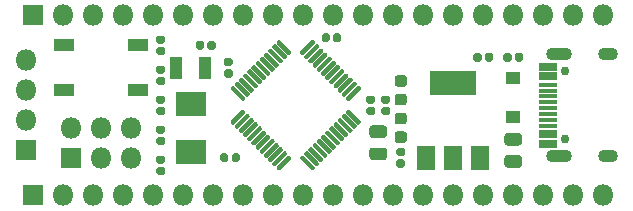
<source format=gbr>
%TF.GenerationSoftware,KiCad,Pcbnew,5.1.6+dfsg1-1*%
%TF.CreationDate,2020-06-27T09:06:45+08:00*%
%TF.ProjectId,stm32devmini,73746d33-3264-4657-966d-696e692e6b69,a*%
%TF.SameCoordinates,Original*%
%TF.FileFunction,Soldermask,Top*%
%TF.FilePolarity,Negative*%
%FSLAX46Y46*%
G04 Gerber Fmt 4.6, Leading zero omitted, Abs format (unit mm)*
G04 Created by KiCad (PCBNEW 5.1.6+dfsg1-1) date 2020-06-27 09:06:45*
%MOMM*%
%LPD*%
G01*
G04 APERTURE LIST*
%ADD10R,1.550000X0.700000*%
%ADD11R,1.550000X0.400000*%
%ADD12O,2.200000X1.100000*%
%ADD13C,0.750000*%
%ADD14O,1.700000X1.100000*%
%ADD15R,1.100000X1.900000*%
%ADD16R,2.500000X2.000000*%
%ADD17R,1.800000X1.100000*%
%ADD18R,1.600000X2.100000*%
%ADD19R,3.900000X2.100000*%
%ADD20O,1.800000X1.800000*%
%ADD21R,1.800000X1.800000*%
%ADD22R,1.300000X1.000000*%
G04 APERTURE END LIST*
%TO.C,R1*%
G36*
G01*
X191630000Y-97338500D02*
X191630000Y-97733500D01*
G75*
G02*
X191457500Y-97906000I-172500J0D01*
G01*
X191112500Y-97906000D01*
G75*
G02*
X190940000Y-97733500I0J172500D01*
G01*
X190940000Y-97338500D01*
G75*
G02*
X191112500Y-97166000I172500J0D01*
G01*
X191457500Y-97166000D01*
G75*
G02*
X191630000Y-97338500I0J-172500D01*
G01*
G37*
G36*
G01*
X192600000Y-97338500D02*
X192600000Y-97733500D01*
G75*
G02*
X192427500Y-97906000I-172500J0D01*
G01*
X192082500Y-97906000D01*
G75*
G02*
X191910000Y-97733500I0J172500D01*
G01*
X191910000Y-97338500D01*
G75*
G02*
X192082500Y-97166000I172500J0D01*
G01*
X192427500Y-97166000D01*
G75*
G02*
X192600000Y-97338500I0J-172500D01*
G01*
G37*
%TD*%
D10*
%TO.C,J1*%
X197250000Y-98350000D03*
X197250000Y-99150000D03*
X197250000Y-104050000D03*
X197250000Y-104850000D03*
X197250000Y-104850000D03*
X197250000Y-104050000D03*
X197250000Y-99150000D03*
X197250000Y-98350000D03*
D11*
X197250000Y-103350000D03*
X197250000Y-102850000D03*
X197250000Y-102350000D03*
X197250000Y-101350000D03*
X197250000Y-100850000D03*
X197250000Y-100350000D03*
X197250000Y-99850000D03*
X197250000Y-101850000D03*
D12*
X198165000Y-97280000D03*
X198165000Y-105920000D03*
D13*
X198695000Y-104490000D03*
D14*
X202345000Y-105920000D03*
D13*
X198695000Y-98710000D03*
D14*
X202345000Y-97280000D03*
%TD*%
%TO.C,U2*%
G36*
G01*
X171351839Y-101228769D02*
X170379566Y-100256498D01*
G75*
G02*
X170379566Y-100115076I70711J70711D01*
G01*
X170520988Y-99973654D01*
G75*
G02*
X170662410Y-99973654I70711J-70711D01*
G01*
X171634682Y-100945926D01*
G75*
G02*
X171634682Y-101087348I-70711J-70711D01*
G01*
X171493260Y-101228770D01*
G75*
G02*
X171351838Y-101228770I-70711J70711D01*
G01*
G37*
G36*
G01*
X171705393Y-100875215D02*
X170733120Y-99902944D01*
G75*
G02*
X170733120Y-99761522I70711J70711D01*
G01*
X170874542Y-99620100D01*
G75*
G02*
X171015964Y-99620100I70711J-70711D01*
G01*
X171988236Y-100592372D01*
G75*
G02*
X171988236Y-100733794I-70711J-70711D01*
G01*
X171846814Y-100875216D01*
G75*
G02*
X171705392Y-100875216I-70711J70711D01*
G01*
G37*
G36*
G01*
X172058946Y-100521662D02*
X171086673Y-99549391D01*
G75*
G02*
X171086673Y-99407969I70711J70711D01*
G01*
X171228095Y-99266547D01*
G75*
G02*
X171369517Y-99266547I70711J-70711D01*
G01*
X172341789Y-100238819D01*
G75*
G02*
X172341789Y-100380241I-70711J-70711D01*
G01*
X172200367Y-100521663D01*
G75*
G02*
X172058945Y-100521663I-70711J70711D01*
G01*
G37*
G36*
G01*
X172412500Y-100168108D02*
X171440227Y-99195837D01*
G75*
G02*
X171440227Y-99054415I70711J70711D01*
G01*
X171581649Y-98912993D01*
G75*
G02*
X171723071Y-98912993I70711J-70711D01*
G01*
X172695343Y-99885265D01*
G75*
G02*
X172695343Y-100026687I-70711J-70711D01*
G01*
X172553921Y-100168109D01*
G75*
G02*
X172412499Y-100168109I-70711J70711D01*
G01*
G37*
G36*
G01*
X172766053Y-99814555D02*
X171793780Y-98842284D01*
G75*
G02*
X171793780Y-98700862I70711J70711D01*
G01*
X171935202Y-98559440D01*
G75*
G02*
X172076624Y-98559440I70711J-70711D01*
G01*
X173048896Y-99531712D01*
G75*
G02*
X173048896Y-99673134I-70711J-70711D01*
G01*
X172907474Y-99814556D01*
G75*
G02*
X172766052Y-99814556I-70711J70711D01*
G01*
G37*
G36*
G01*
X173119606Y-99461002D02*
X172147333Y-98488731D01*
G75*
G02*
X172147333Y-98347309I70711J70711D01*
G01*
X172288755Y-98205887D01*
G75*
G02*
X172430177Y-98205887I70711J-70711D01*
G01*
X173402449Y-99178159D01*
G75*
G02*
X173402449Y-99319581I-70711J-70711D01*
G01*
X173261027Y-99461003D01*
G75*
G02*
X173119605Y-99461003I-70711J70711D01*
G01*
G37*
G36*
G01*
X173473160Y-99107448D02*
X172500887Y-98135177D01*
G75*
G02*
X172500887Y-97993755I70711J70711D01*
G01*
X172642309Y-97852333D01*
G75*
G02*
X172783731Y-97852333I70711J-70711D01*
G01*
X173756003Y-98824605D01*
G75*
G02*
X173756003Y-98966027I-70711J-70711D01*
G01*
X173614581Y-99107449D01*
G75*
G02*
X173473159Y-99107449I-70711J70711D01*
G01*
G37*
G36*
G01*
X173826713Y-98753895D02*
X172854440Y-97781624D01*
G75*
G02*
X172854440Y-97640202I70711J70711D01*
G01*
X172995862Y-97498780D01*
G75*
G02*
X173137284Y-97498780I70711J-70711D01*
G01*
X174109556Y-98471052D01*
G75*
G02*
X174109556Y-98612474I-70711J-70711D01*
G01*
X173968134Y-98753896D01*
G75*
G02*
X173826712Y-98753896I-70711J70711D01*
G01*
G37*
G36*
G01*
X174180266Y-98400342D02*
X173207993Y-97428071D01*
G75*
G02*
X173207993Y-97286649I70711J70711D01*
G01*
X173349415Y-97145227D01*
G75*
G02*
X173490837Y-97145227I70711J-70711D01*
G01*
X174463109Y-98117499D01*
G75*
G02*
X174463109Y-98258921I-70711J-70711D01*
G01*
X174321687Y-98400343D01*
G75*
G02*
X174180265Y-98400343I-70711J70711D01*
G01*
G37*
G36*
G01*
X174533820Y-98046788D02*
X173561547Y-97074517D01*
G75*
G02*
X173561547Y-96933095I70711J70711D01*
G01*
X173702969Y-96791673D01*
G75*
G02*
X173844391Y-96791673I70711J-70711D01*
G01*
X174816663Y-97763945D01*
G75*
G02*
X174816663Y-97905367I-70711J-70711D01*
G01*
X174675241Y-98046789D01*
G75*
G02*
X174533819Y-98046789I-70711J70711D01*
G01*
G37*
G36*
G01*
X174887373Y-97693235D02*
X173915100Y-96720964D01*
G75*
G02*
X173915100Y-96579542I70711J70711D01*
G01*
X174056522Y-96438120D01*
G75*
G02*
X174197944Y-96438120I70711J-70711D01*
G01*
X175170216Y-97410392D01*
G75*
G02*
X175170216Y-97551814I-70711J-70711D01*
G01*
X175028794Y-97693236D01*
G75*
G02*
X174887372Y-97693236I-70711J70711D01*
G01*
G37*
G36*
G01*
X175240927Y-97339681D02*
X174268654Y-96367410D01*
G75*
G02*
X174268654Y-96225988I70711J70711D01*
G01*
X174410076Y-96084566D01*
G75*
G02*
X174551498Y-96084566I70711J-70711D01*
G01*
X175523770Y-97056838D01*
G75*
G02*
X175523770Y-97198260I-70711J-70711D01*
G01*
X175382348Y-97339682D01*
G75*
G02*
X175240926Y-97339682I-70711J70711D01*
G01*
G37*
G36*
G01*
X176407652Y-97339681D02*
X176266230Y-97198260D01*
G75*
G02*
X176266230Y-97056838I70711J70711D01*
G01*
X177238502Y-96084566D01*
G75*
G02*
X177379924Y-96084566I70711J-70711D01*
G01*
X177521346Y-96225988D01*
G75*
G02*
X177521346Y-96367410I-70711J-70711D01*
G01*
X176549074Y-97339682D01*
G75*
G02*
X176407652Y-97339682I-70711J70711D01*
G01*
G37*
G36*
G01*
X176761206Y-97693235D02*
X176619784Y-97551814D01*
G75*
G02*
X176619784Y-97410392I70711J70711D01*
G01*
X177592056Y-96438120D01*
G75*
G02*
X177733478Y-96438120I70711J-70711D01*
G01*
X177874900Y-96579542D01*
G75*
G02*
X177874900Y-96720964I-70711J-70711D01*
G01*
X176902628Y-97693236D01*
G75*
G02*
X176761206Y-97693236I-70711J70711D01*
G01*
G37*
G36*
G01*
X177114759Y-98046788D02*
X176973337Y-97905367D01*
G75*
G02*
X176973337Y-97763945I70711J70711D01*
G01*
X177945609Y-96791673D01*
G75*
G02*
X178087031Y-96791673I70711J-70711D01*
G01*
X178228453Y-96933095D01*
G75*
G02*
X178228453Y-97074517I-70711J-70711D01*
G01*
X177256181Y-98046789D01*
G75*
G02*
X177114759Y-98046789I-70711J70711D01*
G01*
G37*
G36*
G01*
X177468313Y-98400342D02*
X177326891Y-98258921D01*
G75*
G02*
X177326891Y-98117499I70711J70711D01*
G01*
X178299163Y-97145227D01*
G75*
G02*
X178440585Y-97145227I70711J-70711D01*
G01*
X178582007Y-97286649D01*
G75*
G02*
X178582007Y-97428071I-70711J-70711D01*
G01*
X177609735Y-98400343D01*
G75*
G02*
X177468313Y-98400343I-70711J70711D01*
G01*
G37*
G36*
G01*
X177821866Y-98753895D02*
X177680444Y-98612474D01*
G75*
G02*
X177680444Y-98471052I70711J70711D01*
G01*
X178652716Y-97498780D01*
G75*
G02*
X178794138Y-97498780I70711J-70711D01*
G01*
X178935560Y-97640202D01*
G75*
G02*
X178935560Y-97781624I-70711J-70711D01*
G01*
X177963288Y-98753896D01*
G75*
G02*
X177821866Y-98753896I-70711J70711D01*
G01*
G37*
G36*
G01*
X178175419Y-99107448D02*
X178033997Y-98966027D01*
G75*
G02*
X178033997Y-98824605I70711J70711D01*
G01*
X179006269Y-97852333D01*
G75*
G02*
X179147691Y-97852333I70711J-70711D01*
G01*
X179289113Y-97993755D01*
G75*
G02*
X179289113Y-98135177I-70711J-70711D01*
G01*
X178316841Y-99107449D01*
G75*
G02*
X178175419Y-99107449I-70711J70711D01*
G01*
G37*
G36*
G01*
X178528973Y-99461002D02*
X178387551Y-99319581D01*
G75*
G02*
X178387551Y-99178159I70711J70711D01*
G01*
X179359823Y-98205887D01*
G75*
G02*
X179501245Y-98205887I70711J-70711D01*
G01*
X179642667Y-98347309D01*
G75*
G02*
X179642667Y-98488731I-70711J-70711D01*
G01*
X178670395Y-99461003D01*
G75*
G02*
X178528973Y-99461003I-70711J70711D01*
G01*
G37*
G36*
G01*
X178882526Y-99814555D02*
X178741104Y-99673134D01*
G75*
G02*
X178741104Y-99531712I70711J70711D01*
G01*
X179713376Y-98559440D01*
G75*
G02*
X179854798Y-98559440I70711J-70711D01*
G01*
X179996220Y-98700862D01*
G75*
G02*
X179996220Y-98842284I-70711J-70711D01*
G01*
X179023948Y-99814556D01*
G75*
G02*
X178882526Y-99814556I-70711J70711D01*
G01*
G37*
G36*
G01*
X179236079Y-100168108D02*
X179094657Y-100026687D01*
G75*
G02*
X179094657Y-99885265I70711J70711D01*
G01*
X180066929Y-98912993D01*
G75*
G02*
X180208351Y-98912993I70711J-70711D01*
G01*
X180349773Y-99054415D01*
G75*
G02*
X180349773Y-99195837I-70711J-70711D01*
G01*
X179377501Y-100168109D01*
G75*
G02*
X179236079Y-100168109I-70711J70711D01*
G01*
G37*
G36*
G01*
X179589633Y-100521662D02*
X179448211Y-100380241D01*
G75*
G02*
X179448211Y-100238819I70711J70711D01*
G01*
X180420483Y-99266547D01*
G75*
G02*
X180561905Y-99266547I70711J-70711D01*
G01*
X180703327Y-99407969D01*
G75*
G02*
X180703327Y-99549391I-70711J-70711D01*
G01*
X179731055Y-100521663D01*
G75*
G02*
X179589633Y-100521663I-70711J70711D01*
G01*
G37*
G36*
G01*
X179943186Y-100875215D02*
X179801764Y-100733794D01*
G75*
G02*
X179801764Y-100592372I70711J70711D01*
G01*
X180774036Y-99620100D01*
G75*
G02*
X180915458Y-99620100I70711J-70711D01*
G01*
X181056880Y-99761522D01*
G75*
G02*
X181056880Y-99902944I-70711J-70711D01*
G01*
X180084608Y-100875216D01*
G75*
G02*
X179943186Y-100875216I-70711J70711D01*
G01*
G37*
G36*
G01*
X180296740Y-101228769D02*
X180155318Y-101087348D01*
G75*
G02*
X180155318Y-100945926I70711J70711D01*
G01*
X181127590Y-99973654D01*
G75*
G02*
X181269012Y-99973654I70711J-70711D01*
G01*
X181410434Y-100115076D01*
G75*
G02*
X181410434Y-100256498I-70711J-70711D01*
G01*
X180438162Y-101228770D01*
G75*
G02*
X180296740Y-101228770I-70711J70711D01*
G01*
G37*
G36*
G01*
X181127591Y-103226345D02*
X180155318Y-102254074D01*
G75*
G02*
X180155318Y-102112652I70711J70711D01*
G01*
X180296740Y-101971230D01*
G75*
G02*
X180438162Y-101971230I70711J-70711D01*
G01*
X181410434Y-102943502D01*
G75*
G02*
X181410434Y-103084924I-70711J-70711D01*
G01*
X181269012Y-103226346D01*
G75*
G02*
X181127590Y-103226346I-70711J70711D01*
G01*
G37*
G36*
G01*
X180774037Y-103579899D02*
X179801764Y-102607628D01*
G75*
G02*
X179801764Y-102466206I70711J70711D01*
G01*
X179943186Y-102324784D01*
G75*
G02*
X180084608Y-102324784I70711J-70711D01*
G01*
X181056880Y-103297056D01*
G75*
G02*
X181056880Y-103438478I-70711J-70711D01*
G01*
X180915458Y-103579900D01*
G75*
G02*
X180774036Y-103579900I-70711J70711D01*
G01*
G37*
G36*
G01*
X180420484Y-103933452D02*
X179448211Y-102961181D01*
G75*
G02*
X179448211Y-102819759I70711J70711D01*
G01*
X179589633Y-102678337D01*
G75*
G02*
X179731055Y-102678337I70711J-70711D01*
G01*
X180703327Y-103650609D01*
G75*
G02*
X180703327Y-103792031I-70711J-70711D01*
G01*
X180561905Y-103933453D01*
G75*
G02*
X180420483Y-103933453I-70711J70711D01*
G01*
G37*
G36*
G01*
X180066930Y-104287006D02*
X179094657Y-103314735D01*
G75*
G02*
X179094657Y-103173313I70711J70711D01*
G01*
X179236079Y-103031891D01*
G75*
G02*
X179377501Y-103031891I70711J-70711D01*
G01*
X180349773Y-104004163D01*
G75*
G02*
X180349773Y-104145585I-70711J-70711D01*
G01*
X180208351Y-104287007D01*
G75*
G02*
X180066929Y-104287007I-70711J70711D01*
G01*
G37*
G36*
G01*
X179713377Y-104640559D02*
X178741104Y-103668288D01*
G75*
G02*
X178741104Y-103526866I70711J70711D01*
G01*
X178882526Y-103385444D01*
G75*
G02*
X179023948Y-103385444I70711J-70711D01*
G01*
X179996220Y-104357716D01*
G75*
G02*
X179996220Y-104499138I-70711J-70711D01*
G01*
X179854798Y-104640560D01*
G75*
G02*
X179713376Y-104640560I-70711J70711D01*
G01*
G37*
G36*
G01*
X179359824Y-104994112D02*
X178387551Y-104021841D01*
G75*
G02*
X178387551Y-103880419I70711J70711D01*
G01*
X178528973Y-103738997D01*
G75*
G02*
X178670395Y-103738997I70711J-70711D01*
G01*
X179642667Y-104711269D01*
G75*
G02*
X179642667Y-104852691I-70711J-70711D01*
G01*
X179501245Y-104994113D01*
G75*
G02*
X179359823Y-104994113I-70711J70711D01*
G01*
G37*
G36*
G01*
X179006270Y-105347666D02*
X178033997Y-104375395D01*
G75*
G02*
X178033997Y-104233973I70711J70711D01*
G01*
X178175419Y-104092551D01*
G75*
G02*
X178316841Y-104092551I70711J-70711D01*
G01*
X179289113Y-105064823D01*
G75*
G02*
X179289113Y-105206245I-70711J-70711D01*
G01*
X179147691Y-105347667D01*
G75*
G02*
X179006269Y-105347667I-70711J70711D01*
G01*
G37*
G36*
G01*
X178652717Y-105701219D02*
X177680444Y-104728948D01*
G75*
G02*
X177680444Y-104587526I70711J70711D01*
G01*
X177821866Y-104446104D01*
G75*
G02*
X177963288Y-104446104I70711J-70711D01*
G01*
X178935560Y-105418376D01*
G75*
G02*
X178935560Y-105559798I-70711J-70711D01*
G01*
X178794138Y-105701220D01*
G75*
G02*
X178652716Y-105701220I-70711J70711D01*
G01*
G37*
G36*
G01*
X178299164Y-106054772D02*
X177326891Y-105082501D01*
G75*
G02*
X177326891Y-104941079I70711J70711D01*
G01*
X177468313Y-104799657D01*
G75*
G02*
X177609735Y-104799657I70711J-70711D01*
G01*
X178582007Y-105771929D01*
G75*
G02*
X178582007Y-105913351I-70711J-70711D01*
G01*
X178440585Y-106054773D01*
G75*
G02*
X178299163Y-106054773I-70711J70711D01*
G01*
G37*
G36*
G01*
X177945610Y-106408326D02*
X176973337Y-105436055D01*
G75*
G02*
X176973337Y-105294633I70711J70711D01*
G01*
X177114759Y-105153211D01*
G75*
G02*
X177256181Y-105153211I70711J-70711D01*
G01*
X178228453Y-106125483D01*
G75*
G02*
X178228453Y-106266905I-70711J-70711D01*
G01*
X178087031Y-106408327D01*
G75*
G02*
X177945609Y-106408327I-70711J70711D01*
G01*
G37*
G36*
G01*
X177592057Y-106761879D02*
X176619784Y-105789608D01*
G75*
G02*
X176619784Y-105648186I70711J70711D01*
G01*
X176761206Y-105506764D01*
G75*
G02*
X176902628Y-105506764I70711J-70711D01*
G01*
X177874900Y-106479036D01*
G75*
G02*
X177874900Y-106620458I-70711J-70711D01*
G01*
X177733478Y-106761880D01*
G75*
G02*
X177592056Y-106761880I-70711J70711D01*
G01*
G37*
G36*
G01*
X177238503Y-107115433D02*
X176266230Y-106143162D01*
G75*
G02*
X176266230Y-106001740I70711J70711D01*
G01*
X176407652Y-105860318D01*
G75*
G02*
X176549074Y-105860318I70711J-70711D01*
G01*
X177521346Y-106832590D01*
G75*
G02*
X177521346Y-106974012I-70711J-70711D01*
G01*
X177379924Y-107115434D01*
G75*
G02*
X177238502Y-107115434I-70711J70711D01*
G01*
G37*
G36*
G01*
X174410076Y-107115433D02*
X174268654Y-106974012D01*
G75*
G02*
X174268654Y-106832590I70711J70711D01*
G01*
X175240926Y-105860318D01*
G75*
G02*
X175382348Y-105860318I70711J-70711D01*
G01*
X175523770Y-106001740D01*
G75*
G02*
X175523770Y-106143162I-70711J-70711D01*
G01*
X174551498Y-107115434D01*
G75*
G02*
X174410076Y-107115434I-70711J70711D01*
G01*
G37*
G36*
G01*
X174056522Y-106761879D02*
X173915100Y-106620458D01*
G75*
G02*
X173915100Y-106479036I70711J70711D01*
G01*
X174887372Y-105506764D01*
G75*
G02*
X175028794Y-105506764I70711J-70711D01*
G01*
X175170216Y-105648186D01*
G75*
G02*
X175170216Y-105789608I-70711J-70711D01*
G01*
X174197944Y-106761880D01*
G75*
G02*
X174056522Y-106761880I-70711J70711D01*
G01*
G37*
G36*
G01*
X173702969Y-106408326D02*
X173561547Y-106266905D01*
G75*
G02*
X173561547Y-106125483I70711J70711D01*
G01*
X174533819Y-105153211D01*
G75*
G02*
X174675241Y-105153211I70711J-70711D01*
G01*
X174816663Y-105294633D01*
G75*
G02*
X174816663Y-105436055I-70711J-70711D01*
G01*
X173844391Y-106408327D01*
G75*
G02*
X173702969Y-106408327I-70711J70711D01*
G01*
G37*
G36*
G01*
X173349415Y-106054772D02*
X173207993Y-105913351D01*
G75*
G02*
X173207993Y-105771929I70711J70711D01*
G01*
X174180265Y-104799657D01*
G75*
G02*
X174321687Y-104799657I70711J-70711D01*
G01*
X174463109Y-104941079D01*
G75*
G02*
X174463109Y-105082501I-70711J-70711D01*
G01*
X173490837Y-106054773D01*
G75*
G02*
X173349415Y-106054773I-70711J70711D01*
G01*
G37*
G36*
G01*
X172995862Y-105701219D02*
X172854440Y-105559798D01*
G75*
G02*
X172854440Y-105418376I70711J70711D01*
G01*
X173826712Y-104446104D01*
G75*
G02*
X173968134Y-104446104I70711J-70711D01*
G01*
X174109556Y-104587526D01*
G75*
G02*
X174109556Y-104728948I-70711J-70711D01*
G01*
X173137284Y-105701220D01*
G75*
G02*
X172995862Y-105701220I-70711J70711D01*
G01*
G37*
G36*
G01*
X172642309Y-105347666D02*
X172500887Y-105206245D01*
G75*
G02*
X172500887Y-105064823I70711J70711D01*
G01*
X173473159Y-104092551D01*
G75*
G02*
X173614581Y-104092551I70711J-70711D01*
G01*
X173756003Y-104233973D01*
G75*
G02*
X173756003Y-104375395I-70711J-70711D01*
G01*
X172783731Y-105347667D01*
G75*
G02*
X172642309Y-105347667I-70711J70711D01*
G01*
G37*
G36*
G01*
X172288755Y-104994112D02*
X172147333Y-104852691D01*
G75*
G02*
X172147333Y-104711269I70711J70711D01*
G01*
X173119605Y-103738997D01*
G75*
G02*
X173261027Y-103738997I70711J-70711D01*
G01*
X173402449Y-103880419D01*
G75*
G02*
X173402449Y-104021841I-70711J-70711D01*
G01*
X172430177Y-104994113D01*
G75*
G02*
X172288755Y-104994113I-70711J70711D01*
G01*
G37*
G36*
G01*
X171935202Y-104640559D02*
X171793780Y-104499138D01*
G75*
G02*
X171793780Y-104357716I70711J70711D01*
G01*
X172766052Y-103385444D01*
G75*
G02*
X172907474Y-103385444I70711J-70711D01*
G01*
X173048896Y-103526866D01*
G75*
G02*
X173048896Y-103668288I-70711J-70711D01*
G01*
X172076624Y-104640560D01*
G75*
G02*
X171935202Y-104640560I-70711J70711D01*
G01*
G37*
G36*
G01*
X171581649Y-104287006D02*
X171440227Y-104145585D01*
G75*
G02*
X171440227Y-104004163I70711J70711D01*
G01*
X172412499Y-103031891D01*
G75*
G02*
X172553921Y-103031891I70711J-70711D01*
G01*
X172695343Y-103173313D01*
G75*
G02*
X172695343Y-103314735I-70711J-70711D01*
G01*
X171723071Y-104287007D01*
G75*
G02*
X171581649Y-104287007I-70711J70711D01*
G01*
G37*
G36*
G01*
X171228095Y-103933452D02*
X171086673Y-103792031D01*
G75*
G02*
X171086673Y-103650609I70711J70711D01*
G01*
X172058945Y-102678337D01*
G75*
G02*
X172200367Y-102678337I70711J-70711D01*
G01*
X172341789Y-102819759D01*
G75*
G02*
X172341789Y-102961181I-70711J-70711D01*
G01*
X171369517Y-103933453D01*
G75*
G02*
X171228095Y-103933453I-70711J70711D01*
G01*
G37*
G36*
G01*
X170874542Y-103579899D02*
X170733120Y-103438478D01*
G75*
G02*
X170733120Y-103297056I70711J70711D01*
G01*
X171705392Y-102324784D01*
G75*
G02*
X171846814Y-102324784I70711J-70711D01*
G01*
X171988236Y-102466206D01*
G75*
G02*
X171988236Y-102607628I-70711J-70711D01*
G01*
X171015964Y-103579900D01*
G75*
G02*
X170874542Y-103579900I-70711J70711D01*
G01*
G37*
G36*
G01*
X170520988Y-103226345D02*
X170379566Y-103084924D01*
G75*
G02*
X170379566Y-102943502I70711J70711D01*
G01*
X171351838Y-101971230D01*
G75*
G02*
X171493260Y-101971230I70711J-70711D01*
G01*
X171634682Y-102112652D01*
G75*
G02*
X171634682Y-102254074I-70711J-70711D01*
G01*
X170662410Y-103226346D01*
G75*
G02*
X170520988Y-103226346I-70711J70711D01*
G01*
G37*
%TD*%
%TO.C,C11*%
G36*
G01*
X164267500Y-101740000D02*
X164662500Y-101740000D01*
G75*
G02*
X164835000Y-101912500I0J-172500D01*
G01*
X164835000Y-102257500D01*
G75*
G02*
X164662500Y-102430000I-172500J0D01*
G01*
X164267500Y-102430000D01*
G75*
G02*
X164095000Y-102257500I0J172500D01*
G01*
X164095000Y-101912500D01*
G75*
G02*
X164267500Y-101740000I172500J0D01*
G01*
G37*
G36*
G01*
X164267500Y-100770000D02*
X164662500Y-100770000D01*
G75*
G02*
X164835000Y-100942500I0J-172500D01*
G01*
X164835000Y-101287500D01*
G75*
G02*
X164662500Y-101460000I-172500J0D01*
G01*
X164267500Y-101460000D01*
G75*
G02*
X164095000Y-101287500I0J172500D01*
G01*
X164095000Y-100942500D01*
G75*
G02*
X164267500Y-100770000I172500J0D01*
G01*
G37*
%TD*%
%TO.C,C10*%
G36*
G01*
X168135000Y-96322500D02*
X168135000Y-96717500D01*
G75*
G02*
X167962500Y-96890000I-172500J0D01*
G01*
X167617500Y-96890000D01*
G75*
G02*
X167445000Y-96717500I0J172500D01*
G01*
X167445000Y-96322500D01*
G75*
G02*
X167617500Y-96150000I172500J0D01*
G01*
X167962500Y-96150000D01*
G75*
G02*
X168135000Y-96322500I0J-172500D01*
G01*
G37*
G36*
G01*
X169105000Y-96322500D02*
X169105000Y-96717500D01*
G75*
G02*
X168932500Y-96890000I-172500J0D01*
G01*
X168587500Y-96890000D01*
G75*
G02*
X168415000Y-96717500I0J172500D01*
G01*
X168415000Y-96322500D01*
G75*
G02*
X168587500Y-96150000I172500J0D01*
G01*
X168932500Y-96150000D01*
G75*
G02*
X169105000Y-96322500I0J-172500D01*
G01*
G37*
%TD*%
D15*
%TO.C,Y2*%
X165755000Y-98425000D03*
X168255000Y-98425000D03*
%TD*%
D16*
%TO.C,Y1*%
X167005000Y-105555000D03*
X167005000Y-101455000D03*
%TD*%
%TO.C,C9*%
G36*
G01*
X164267500Y-106820000D02*
X164662500Y-106820000D01*
G75*
G02*
X164835000Y-106992500I0J-172500D01*
G01*
X164835000Y-107337500D01*
G75*
G02*
X164662500Y-107510000I-172500J0D01*
G01*
X164267500Y-107510000D01*
G75*
G02*
X164095000Y-107337500I0J172500D01*
G01*
X164095000Y-106992500D01*
G75*
G02*
X164267500Y-106820000I172500J0D01*
G01*
G37*
G36*
G01*
X164267500Y-105850000D02*
X164662500Y-105850000D01*
G75*
G02*
X164835000Y-106022500I0J-172500D01*
G01*
X164835000Y-106367500D01*
G75*
G02*
X164662500Y-106540000I-172500J0D01*
G01*
X164267500Y-106540000D01*
G75*
G02*
X164095000Y-106367500I0J172500D01*
G01*
X164095000Y-106022500D01*
G75*
G02*
X164267500Y-105850000I172500J0D01*
G01*
G37*
%TD*%
%TO.C,C8*%
G36*
G01*
X164267500Y-104280000D02*
X164662500Y-104280000D01*
G75*
G02*
X164835000Y-104452500I0J-172500D01*
G01*
X164835000Y-104797500D01*
G75*
G02*
X164662500Y-104970000I-172500J0D01*
G01*
X164267500Y-104970000D01*
G75*
G02*
X164095000Y-104797500I0J172500D01*
G01*
X164095000Y-104452500D01*
G75*
G02*
X164267500Y-104280000I172500J0D01*
G01*
G37*
G36*
G01*
X164267500Y-103310000D02*
X164662500Y-103310000D01*
G75*
G02*
X164835000Y-103482500I0J-172500D01*
G01*
X164835000Y-103827500D01*
G75*
G02*
X164662500Y-104000000I-172500J0D01*
G01*
X164267500Y-104000000D01*
G75*
G02*
X164095000Y-103827500I0J172500D01*
G01*
X164095000Y-103482500D01*
G75*
G02*
X164267500Y-103310000I172500J0D01*
G01*
G37*
%TD*%
%TO.C,R6*%
G36*
G01*
X194170000Y-97338500D02*
X194170000Y-97733500D01*
G75*
G02*
X193997500Y-97906000I-172500J0D01*
G01*
X193652500Y-97906000D01*
G75*
G02*
X193480000Y-97733500I0J172500D01*
G01*
X193480000Y-97338500D01*
G75*
G02*
X193652500Y-97166000I172500J0D01*
G01*
X193997500Y-97166000D01*
G75*
G02*
X194170000Y-97338500I0J-172500D01*
G01*
G37*
G36*
G01*
X195140000Y-97338500D02*
X195140000Y-97733500D01*
G75*
G02*
X194967500Y-97906000I-172500J0D01*
G01*
X194622500Y-97906000D01*
G75*
G02*
X194450000Y-97733500I0J172500D01*
G01*
X194450000Y-97338500D01*
G75*
G02*
X194622500Y-97166000I172500J0D01*
G01*
X194967500Y-97166000D01*
G75*
G02*
X195140000Y-97338500I0J-172500D01*
G01*
G37*
%TD*%
%TO.C,R5*%
G36*
G01*
X183317500Y-101740000D02*
X183712500Y-101740000D01*
G75*
G02*
X183885000Y-101912500I0J-172500D01*
G01*
X183885000Y-102257500D01*
G75*
G02*
X183712500Y-102430000I-172500J0D01*
G01*
X183317500Y-102430000D01*
G75*
G02*
X183145000Y-102257500I0J172500D01*
G01*
X183145000Y-101912500D01*
G75*
G02*
X183317500Y-101740000I172500J0D01*
G01*
G37*
G36*
G01*
X183317500Y-100770000D02*
X183712500Y-100770000D01*
G75*
G02*
X183885000Y-100942500I0J-172500D01*
G01*
X183885000Y-101287500D01*
G75*
G02*
X183712500Y-101460000I-172500J0D01*
G01*
X183317500Y-101460000D01*
G75*
G02*
X183145000Y-101287500I0J172500D01*
G01*
X183145000Y-100942500D01*
G75*
G02*
X183317500Y-100770000I172500J0D01*
G01*
G37*
%TD*%
%TO.C,R4*%
G36*
G01*
X184587500Y-106185000D02*
X184982500Y-106185000D01*
G75*
G02*
X185155000Y-106357500I0J-172500D01*
G01*
X185155000Y-106702500D01*
G75*
G02*
X184982500Y-106875000I-172500J0D01*
G01*
X184587500Y-106875000D01*
G75*
G02*
X184415000Y-106702500I0J172500D01*
G01*
X184415000Y-106357500D01*
G75*
G02*
X184587500Y-106185000I172500J0D01*
G01*
G37*
G36*
G01*
X184587500Y-105215000D02*
X184982500Y-105215000D01*
G75*
G02*
X185155000Y-105387500I0J-172500D01*
G01*
X185155000Y-105732500D01*
G75*
G02*
X184982500Y-105905000I-172500J0D01*
G01*
X184587500Y-105905000D01*
G75*
G02*
X184415000Y-105732500I0J172500D01*
G01*
X184415000Y-105387500D01*
G75*
G02*
X184587500Y-105215000I172500J0D01*
G01*
G37*
%TD*%
%TO.C,D3*%
G36*
G01*
X184503750Y-100630000D02*
X185066250Y-100630000D01*
G75*
G02*
X185310000Y-100873750I0J-243750D01*
G01*
X185310000Y-101361250D01*
G75*
G02*
X185066250Y-101605000I-243750J0D01*
G01*
X184503750Y-101605000D01*
G75*
G02*
X184260000Y-101361250I0J243750D01*
G01*
X184260000Y-100873750D01*
G75*
G02*
X184503750Y-100630000I243750J0D01*
G01*
G37*
G36*
G01*
X184503750Y-99055000D02*
X185066250Y-99055000D01*
G75*
G02*
X185310000Y-99298750I0J-243750D01*
G01*
X185310000Y-99786250D01*
G75*
G02*
X185066250Y-100030000I-243750J0D01*
G01*
X184503750Y-100030000D01*
G75*
G02*
X184260000Y-99786250I0J243750D01*
G01*
X184260000Y-99298750D01*
G75*
G02*
X184503750Y-99055000I243750J0D01*
G01*
G37*
%TD*%
%TO.C,D2*%
G36*
G01*
X185066250Y-103205000D02*
X184503750Y-103205000D01*
G75*
G02*
X184260000Y-102961250I0J243750D01*
G01*
X184260000Y-102473750D01*
G75*
G02*
X184503750Y-102230000I243750J0D01*
G01*
X185066250Y-102230000D01*
G75*
G02*
X185310000Y-102473750I0J-243750D01*
G01*
X185310000Y-102961250D01*
G75*
G02*
X185066250Y-103205000I-243750J0D01*
G01*
G37*
G36*
G01*
X185066250Y-104780000D02*
X184503750Y-104780000D01*
G75*
G02*
X184260000Y-104536250I0J243750D01*
G01*
X184260000Y-104048750D01*
G75*
G02*
X184503750Y-103805000I243750J0D01*
G01*
X185066250Y-103805000D01*
G75*
G02*
X185310000Y-104048750I0J-243750D01*
G01*
X185310000Y-104536250D01*
G75*
G02*
X185066250Y-104780000I-243750J0D01*
G01*
G37*
%TD*%
%TO.C,R3*%
G36*
G01*
X164662500Y-98920000D02*
X164267500Y-98920000D01*
G75*
G02*
X164095000Y-98747500I0J172500D01*
G01*
X164095000Y-98402500D01*
G75*
G02*
X164267500Y-98230000I172500J0D01*
G01*
X164662500Y-98230000D01*
G75*
G02*
X164835000Y-98402500I0J-172500D01*
G01*
X164835000Y-98747500D01*
G75*
G02*
X164662500Y-98920000I-172500J0D01*
G01*
G37*
G36*
G01*
X164662500Y-99890000D02*
X164267500Y-99890000D01*
G75*
G02*
X164095000Y-99717500I0J172500D01*
G01*
X164095000Y-99372500D01*
G75*
G02*
X164267500Y-99200000I172500J0D01*
G01*
X164662500Y-99200000D01*
G75*
G02*
X164835000Y-99372500I0J-172500D01*
G01*
X164835000Y-99717500D01*
G75*
G02*
X164662500Y-99890000I-172500J0D01*
G01*
G37*
%TD*%
%TO.C,C7*%
G36*
G01*
X164662500Y-96380000D02*
X164267500Y-96380000D01*
G75*
G02*
X164095000Y-96207500I0J172500D01*
G01*
X164095000Y-95862500D01*
G75*
G02*
X164267500Y-95690000I172500J0D01*
G01*
X164662500Y-95690000D01*
G75*
G02*
X164835000Y-95862500I0J-172500D01*
G01*
X164835000Y-96207500D01*
G75*
G02*
X164662500Y-96380000I-172500J0D01*
G01*
G37*
G36*
G01*
X164662500Y-97350000D02*
X164267500Y-97350000D01*
G75*
G02*
X164095000Y-97177500I0J172500D01*
G01*
X164095000Y-96832500D01*
G75*
G02*
X164267500Y-96660000I172500J0D01*
G01*
X164662500Y-96660000D01*
G75*
G02*
X164835000Y-96832500I0J-172500D01*
G01*
X164835000Y-97177500D01*
G75*
G02*
X164662500Y-97350000I-172500J0D01*
G01*
G37*
%TD*%
D17*
%TO.C,SW1*%
X162535000Y-100325000D03*
X156235000Y-100325000D03*
X162535000Y-96525000D03*
X156235000Y-96525000D03*
%TD*%
D18*
%TO.C,U1*%
X186930000Y-106020000D03*
X191530000Y-106020000D03*
X189230000Y-106020000D03*
D19*
X189230000Y-99720000D03*
%TD*%
D20*
%TO.C,J5*%
X153035000Y-97790000D03*
X153035000Y-100330000D03*
X153035000Y-102870000D03*
D21*
X153035000Y-105410000D03*
%TD*%
D20*
%TO.C,J4*%
X161925000Y-103505000D03*
X161925000Y-106045000D03*
X159385000Y-103505000D03*
X159385000Y-106045000D03*
X156845000Y-103505000D03*
D21*
X156845000Y-106045000D03*
%TD*%
D20*
%TO.C,J3*%
X201930000Y-93980000D03*
X199390000Y-93980000D03*
X196850000Y-93980000D03*
X194310000Y-93980000D03*
X191770000Y-93980000D03*
X189230000Y-93980000D03*
X186690000Y-93980000D03*
X184150000Y-93980000D03*
X181610000Y-93980000D03*
X179070000Y-93980000D03*
X176530000Y-93980000D03*
X173990000Y-93980000D03*
X171450000Y-93980000D03*
X168910000Y-93980000D03*
X166370000Y-93980000D03*
X163830000Y-93980000D03*
X161290000Y-93980000D03*
X158750000Y-93980000D03*
X156210000Y-93980000D03*
D21*
X153670000Y-93980000D03*
%TD*%
D20*
%TO.C,J2*%
X201930000Y-109220000D03*
X199390000Y-109220000D03*
X196850000Y-109220000D03*
X194310000Y-109220000D03*
X191770000Y-109220000D03*
X189230000Y-109220000D03*
X186690000Y-109220000D03*
X184150000Y-109220000D03*
X181610000Y-109220000D03*
X179070000Y-109220000D03*
X176530000Y-109220000D03*
X173990000Y-109220000D03*
X171450000Y-109220000D03*
X168910000Y-109220000D03*
X166370000Y-109220000D03*
X163830000Y-109220000D03*
X161290000Y-109220000D03*
X158750000Y-109220000D03*
X156210000Y-109220000D03*
D21*
X153670000Y-109220000D03*
%TD*%
D22*
%TO.C,D1*%
X194310000Y-99315000D03*
X194310000Y-102615000D03*
%TD*%
%TO.C,C6*%
G36*
G01*
X170377500Y-98285000D02*
X169982500Y-98285000D01*
G75*
G02*
X169810000Y-98112500I0J172500D01*
G01*
X169810000Y-97767500D01*
G75*
G02*
X169982500Y-97595000I172500J0D01*
G01*
X170377500Y-97595000D01*
G75*
G02*
X170550000Y-97767500I0J-172500D01*
G01*
X170550000Y-98112500D01*
G75*
G02*
X170377500Y-98285000I-172500J0D01*
G01*
G37*
G36*
G01*
X170377500Y-99255000D02*
X169982500Y-99255000D01*
G75*
G02*
X169810000Y-99082500I0J172500D01*
G01*
X169810000Y-98737500D01*
G75*
G02*
X169982500Y-98565000I172500J0D01*
G01*
X170377500Y-98565000D01*
G75*
G02*
X170550000Y-98737500I0J-172500D01*
G01*
X170550000Y-99082500D01*
G75*
G02*
X170377500Y-99255000I-172500J0D01*
G01*
G37*
%TD*%
%TO.C,C5*%
G36*
G01*
X170190000Y-105847500D02*
X170190000Y-106242500D01*
G75*
G02*
X170017500Y-106415000I-172500J0D01*
G01*
X169672500Y-106415000D01*
G75*
G02*
X169500000Y-106242500I0J172500D01*
G01*
X169500000Y-105847500D01*
G75*
G02*
X169672500Y-105675000I172500J0D01*
G01*
X170017500Y-105675000D01*
G75*
G02*
X170190000Y-105847500I0J-172500D01*
G01*
G37*
G36*
G01*
X171160000Y-105847500D02*
X171160000Y-106242500D01*
G75*
G02*
X170987500Y-106415000I-172500J0D01*
G01*
X170642500Y-106415000D01*
G75*
G02*
X170470000Y-106242500I0J172500D01*
G01*
X170470000Y-105847500D01*
G75*
G02*
X170642500Y-105675000I172500J0D01*
G01*
X170987500Y-105675000D01*
G75*
G02*
X171160000Y-105847500I0J-172500D01*
G01*
G37*
%TD*%
%TO.C,C4*%
G36*
G01*
X179060000Y-96082500D02*
X179060000Y-95687500D01*
G75*
G02*
X179232500Y-95515000I172500J0D01*
G01*
X179577500Y-95515000D01*
G75*
G02*
X179750000Y-95687500I0J-172500D01*
G01*
X179750000Y-96082500D01*
G75*
G02*
X179577500Y-96255000I-172500J0D01*
G01*
X179232500Y-96255000D01*
G75*
G02*
X179060000Y-96082500I0J172500D01*
G01*
G37*
G36*
G01*
X178090000Y-96082500D02*
X178090000Y-95687500D01*
G75*
G02*
X178262500Y-95515000I172500J0D01*
G01*
X178607500Y-95515000D01*
G75*
G02*
X178780000Y-95687500I0J-172500D01*
G01*
X178780000Y-96082500D01*
G75*
G02*
X178607500Y-96255000I-172500J0D01*
G01*
X178262500Y-96255000D01*
G75*
G02*
X178090000Y-96082500I0J172500D01*
G01*
G37*
%TD*%
%TO.C,C3*%
G36*
G01*
X182442500Y-101460000D02*
X182047500Y-101460000D01*
G75*
G02*
X181875000Y-101287500I0J172500D01*
G01*
X181875000Y-100942500D01*
G75*
G02*
X182047500Y-100770000I172500J0D01*
G01*
X182442500Y-100770000D01*
G75*
G02*
X182615000Y-100942500I0J-172500D01*
G01*
X182615000Y-101287500D01*
G75*
G02*
X182442500Y-101460000I-172500J0D01*
G01*
G37*
G36*
G01*
X182442500Y-102430000D02*
X182047500Y-102430000D01*
G75*
G02*
X181875000Y-102257500I0J172500D01*
G01*
X181875000Y-101912500D01*
G75*
G02*
X182047500Y-101740000I172500J0D01*
G01*
X182442500Y-101740000D01*
G75*
G02*
X182615000Y-101912500I0J-172500D01*
G01*
X182615000Y-102257500D01*
G75*
G02*
X182442500Y-102430000I-172500J0D01*
G01*
G37*
%TD*%
%TO.C,C2*%
G36*
G01*
X182398750Y-105175000D02*
X183361250Y-105175000D01*
G75*
G02*
X183630000Y-105443750I0J-268750D01*
G01*
X183630000Y-105981250D01*
G75*
G02*
X183361250Y-106250000I-268750J0D01*
G01*
X182398750Y-106250000D01*
G75*
G02*
X182130000Y-105981250I0J268750D01*
G01*
X182130000Y-105443750D01*
G75*
G02*
X182398750Y-105175000I268750J0D01*
G01*
G37*
G36*
G01*
X182398750Y-103300000D02*
X183361250Y-103300000D01*
G75*
G02*
X183630000Y-103568750I0J-268750D01*
G01*
X183630000Y-104106250D01*
G75*
G02*
X183361250Y-104375000I-268750J0D01*
G01*
X182398750Y-104375000D01*
G75*
G02*
X182130000Y-104106250I0J268750D01*
G01*
X182130000Y-103568750D01*
G75*
G02*
X182398750Y-103300000I268750J0D01*
G01*
G37*
%TD*%
%TO.C,C1*%
G36*
G01*
X194791250Y-105010000D02*
X193828750Y-105010000D01*
G75*
G02*
X193560000Y-104741250I0J268750D01*
G01*
X193560000Y-104203750D01*
G75*
G02*
X193828750Y-103935000I268750J0D01*
G01*
X194791250Y-103935000D01*
G75*
G02*
X195060000Y-104203750I0J-268750D01*
G01*
X195060000Y-104741250D01*
G75*
G02*
X194791250Y-105010000I-268750J0D01*
G01*
G37*
G36*
G01*
X194791250Y-106885000D02*
X193828750Y-106885000D01*
G75*
G02*
X193560000Y-106616250I0J268750D01*
G01*
X193560000Y-106078750D01*
G75*
G02*
X193828750Y-105810000I268750J0D01*
G01*
X194791250Y-105810000D01*
G75*
G02*
X195060000Y-106078750I0J-268750D01*
G01*
X195060000Y-106616250D01*
G75*
G02*
X194791250Y-106885000I-268750J0D01*
G01*
G37*
%TD*%
M02*

</source>
